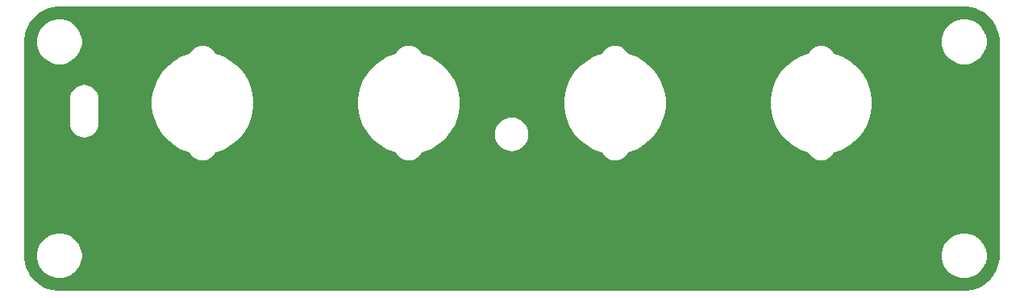
<source format=gbl>
G04*
G04 #@! TF.GenerationSoftware,Altium Limited,Altium Designer,22.4.2 (48)*
G04*
G04 Layer_Physical_Order=2*
G04 Layer_Color=16711680*
%FSLAX25Y25*%
%MOIN*%
G70*
G04*
G04 #@! TF.SameCoordinates,407642F0-E37F-43E1-BC9E-C6ACD67937A9*
G04*
G04*
G04 #@! TF.FilePolarity,Positive*
G04*
G01*
G75*
G36*
X389828Y118900D02*
D01*
X389828D01*
X390779Y118900D01*
X392664Y118651D01*
X394500Y118159D01*
X396257Y117432D01*
X397904Y116481D01*
X399412Y115323D01*
X400757Y113979D01*
X401914Y112471D01*
X402865Y110824D01*
X403592Y109067D01*
X404084Y107231D01*
X404333Y105346D01*
X404333Y104395D01*
X404333Y15734D01*
Y14783D01*
X404084Y12898D01*
X403592Y11061D01*
X402865Y9305D01*
X401914Y7658D01*
X400757Y6150D01*
X399412Y4805D01*
X397904Y3648D01*
X396257Y2697D01*
X394500Y1970D01*
X392664Y1477D01*
X390779Y1229D01*
X389828Y1229D01*
D01*
X389828D01*
X15734Y1229D01*
X15734D01*
D01*
X14783Y1229D01*
X12898Y1477D01*
X11061Y1970D01*
X9305Y2697D01*
X7658Y3648D01*
X6150Y4805D01*
X4805Y6150D01*
X3648Y7658D01*
X2697Y9305D01*
X1970Y11061D01*
X1477Y12898D01*
X1229Y14783D01*
Y15734D01*
Y104395D01*
Y105346D01*
X1477Y107231D01*
X1970Y109067D01*
X2697Y110824D01*
X3648Y112471D01*
X4805Y113979D01*
X6150Y115323D01*
X7658Y116481D01*
X9305Y117432D01*
X11061Y118159D01*
X12898Y118651D01*
X14783Y118900D01*
X15734Y118900D01*
X389828Y118900D01*
D02*
G37*
%LPC*%
G36*
X390675Y113581D02*
X388853D01*
X387066Y113225D01*
X385382Y112528D01*
X383867Y111516D01*
X382579Y110227D01*
X381567Y108712D01*
X380869Y107029D01*
X380514Y105242D01*
Y103420D01*
X380869Y101633D01*
X381567Y99949D01*
X382579Y98434D01*
X383867Y97146D01*
X385382Y96134D01*
X387066Y95436D01*
X388853Y95081D01*
X390675D01*
X392462Y95436D01*
X394145Y96134D01*
X395660Y97146D01*
X396949Y98434D01*
X397961Y99949D01*
X398658Y101633D01*
X399014Y103420D01*
Y105242D01*
X398658Y107029D01*
X397961Y108712D01*
X396949Y110227D01*
X395660Y111516D01*
X394145Y112528D01*
X392462Y113225D01*
X390675Y113581D01*
D02*
G37*
G36*
X16659D02*
X14837D01*
X13050Y113225D01*
X11366Y112528D01*
X9851Y111516D01*
X8563Y110227D01*
X7551Y108712D01*
X6854Y107029D01*
X6498Y105242D01*
Y103420D01*
X6854Y101633D01*
X7551Y99949D01*
X8563Y98434D01*
X9851Y97146D01*
X11366Y96134D01*
X13050Y95436D01*
X14837Y95081D01*
X16659D01*
X18446Y95436D01*
X20130Y96134D01*
X21645Y97146D01*
X22933Y98434D01*
X23945Y99949D01*
X24643Y101633D01*
X24998Y103420D01*
Y105242D01*
X24643Y107029D01*
X23945Y108712D01*
X22933Y110227D01*
X21645Y111516D01*
X20130Y112528D01*
X18446Y113225D01*
X16659Y113581D01*
D02*
G37*
G36*
X25984Y86462D02*
X24824Y86347D01*
X23707Y86009D01*
X22679Y85459D01*
X21777Y84719D01*
X21037Y83817D01*
X20487Y82789D01*
X20149Y81673D01*
X20034Y80512D01*
Y70669D01*
X20149Y69508D01*
X20487Y68392D01*
X21037Y67364D01*
X21777Y66462D01*
X22679Y65722D01*
X23707Y65172D01*
X24824Y64834D01*
X25984Y64719D01*
X27145Y64834D01*
X28261Y65172D01*
X29290Y65722D01*
X30191Y66462D01*
X30931Y67364D01*
X31481Y68392D01*
X31820Y69508D01*
X31934Y70669D01*
Y80512D01*
X31820Y81673D01*
X31481Y82789D01*
X30931Y83817D01*
X30191Y84719D01*
X29290Y85459D01*
X28261Y86009D01*
X27145Y86347D01*
X25984Y86462D01*
D02*
G37*
G36*
X202681Y72966D02*
X201327Y72833D01*
X200026Y72438D01*
X198826Y71797D01*
X197774Y70934D01*
X196911Y69882D01*
X196270Y68683D01*
X195875Y67381D01*
X195742Y66027D01*
X195875Y64674D01*
X196270Y63372D01*
X196911Y62172D01*
X197774Y61121D01*
X198826Y60258D01*
X200026Y59617D01*
X201327Y59222D01*
X202681Y59088D01*
X204035Y59222D01*
X205336Y59617D01*
X206536Y60258D01*
X207587Y61121D01*
X208450Y62172D01*
X209092Y63372D01*
X209487Y64674D01*
X209620Y66027D01*
X209487Y67381D01*
X209092Y68683D01*
X208450Y69882D01*
X207587Y70934D01*
X206536Y71797D01*
X205336Y72438D01*
X204035Y72833D01*
X202681Y72966D01*
D02*
G37*
G36*
X330635Y102609D02*
X329474Y102494D01*
X328358Y102156D01*
X327330Y101606D01*
X326428Y100866D01*
X325688Y99964D01*
X325297Y99232D01*
X323877Y98852D01*
X321336Y97799D01*
X318954Y96424D01*
X316772Y94750D01*
X314828Y92805D01*
X313153Y90623D01*
X311778Y88242D01*
X310726Y85701D01*
X310014Y83044D01*
X309655Y80317D01*
Y77567D01*
X310014Y74840D01*
X310726Y72184D01*
X311778Y69643D01*
X313153Y67261D01*
X314828Y65079D01*
X316772Y63135D01*
X318954Y61460D01*
X321336Y60085D01*
X323877Y59033D01*
X325297Y58652D01*
X325688Y57920D01*
X326428Y57019D01*
X327330Y56279D01*
X328358Y55729D01*
X329474Y55390D01*
X330635Y55276D01*
X331796Y55390D01*
X332912Y55729D01*
X333941Y56279D01*
X334842Y57019D01*
X335582Y57920D01*
X335974Y58652D01*
X337394Y59033D01*
X339934Y60085D01*
X342316Y61460D01*
X344498Y63135D01*
X346443Y65079D01*
X348117Y67261D01*
X349492Y69643D01*
X350545Y72184D01*
X351257Y74840D01*
X351616Y77567D01*
Y80317D01*
X351257Y83044D01*
X350545Y85701D01*
X349492Y88242D01*
X348117Y90623D01*
X346443Y92805D01*
X344498Y94750D01*
X342316Y96424D01*
X339934Y97799D01*
X337394Y98852D01*
X335974Y99232D01*
X335582Y99964D01*
X334842Y100866D01*
X333941Y101606D01*
X332912Y102156D01*
X331796Y102494D01*
X330635Y102609D01*
D02*
G37*
G36*
X245399D02*
X244238Y102494D01*
X243122Y102156D01*
X242093Y101606D01*
X241192Y100866D01*
X240452Y99964D01*
X240060Y99232D01*
X238641Y98852D01*
X236100Y97799D01*
X233718Y96424D01*
X231536Y94750D01*
X229591Y92805D01*
X227917Y90623D01*
X226542Y88242D01*
X225489Y85701D01*
X224778Y83044D01*
X224419Y80317D01*
Y77567D01*
X224778Y74840D01*
X225489Y72184D01*
X226542Y69643D01*
X227917Y67261D01*
X229591Y65079D01*
X231536Y63135D01*
X233718Y61460D01*
X236100Y60085D01*
X238641Y59033D01*
X240060Y58652D01*
X240452Y57920D01*
X241192Y57019D01*
X242093Y56279D01*
X243122Y55729D01*
X244238Y55390D01*
X245399Y55276D01*
X246560Y55390D01*
X247676Y55729D01*
X248705Y56279D01*
X249606Y57019D01*
X250346Y57920D01*
X250738Y58652D01*
X252157Y59033D01*
X254698Y60085D01*
X257080Y61460D01*
X259262Y63135D01*
X261207Y65079D01*
X262881Y67261D01*
X264256Y69643D01*
X265309Y72184D01*
X266020Y74840D01*
X266379Y77567D01*
Y80317D01*
X266020Y83044D01*
X265309Y85701D01*
X264256Y88242D01*
X262881Y90623D01*
X261207Y92805D01*
X259262Y94750D01*
X257080Y96424D01*
X254698Y97799D01*
X252157Y98852D01*
X250738Y99232D01*
X250346Y99964D01*
X249606Y100866D01*
X248705Y101606D01*
X247676Y102156D01*
X246560Y102494D01*
X245399Y102609D01*
D02*
G37*
G36*
X160163D02*
X159002Y102494D01*
X157886Y102156D01*
X156857Y101606D01*
X155956Y100866D01*
X155216Y99964D01*
X154824Y99232D01*
X153404Y98852D01*
X150864Y97799D01*
X148482Y96424D01*
X146300Y94750D01*
X144355Y92805D01*
X142681Y90623D01*
X141306Y88242D01*
X140253Y85701D01*
X139541Y83044D01*
X139182Y80317D01*
Y77567D01*
X139541Y74840D01*
X140253Y72184D01*
X141306Y69643D01*
X142681Y67261D01*
X144355Y65079D01*
X146300Y63135D01*
X148482Y61460D01*
X150864Y60085D01*
X153404Y59033D01*
X154824Y58652D01*
X155216Y57920D01*
X155956Y57019D01*
X156857Y56279D01*
X157886Y55729D01*
X159002Y55390D01*
X160163Y55276D01*
X161324Y55390D01*
X162440Y55729D01*
X163468Y56279D01*
X164370Y57019D01*
X165110Y57920D01*
X165501Y58652D01*
X166921Y59033D01*
X169462Y60085D01*
X171844Y61460D01*
X174026Y63135D01*
X175970Y65079D01*
X177645Y67261D01*
X179020Y69643D01*
X180072Y72184D01*
X180784Y74840D01*
X181143Y77567D01*
Y80317D01*
X180784Y83044D01*
X180072Y85701D01*
X179020Y88242D01*
X177645Y90623D01*
X175970Y92805D01*
X174026Y94750D01*
X171844Y96424D01*
X169462Y97799D01*
X166921Y98852D01*
X165501Y99232D01*
X165110Y99964D01*
X164370Y100866D01*
X163468Y101606D01*
X162440Y102156D01*
X161324Y102494D01*
X160163Y102609D01*
D02*
G37*
G36*
X74927D02*
X73766Y102494D01*
X72650Y102156D01*
X71621Y101606D01*
X70719Y100866D01*
X69979Y99964D01*
X69588Y99232D01*
X68168Y98852D01*
X65627Y97799D01*
X63245Y96424D01*
X61064Y94750D01*
X59119Y92805D01*
X57445Y90623D01*
X56069Y88242D01*
X55017Y85701D01*
X54305Y83044D01*
X53946Y80317D01*
Y77567D01*
X54305Y74840D01*
X55017Y72184D01*
X56069Y69643D01*
X57445Y67261D01*
X59119Y65079D01*
X61064Y63135D01*
X63245Y61460D01*
X65627Y60085D01*
X68168Y59033D01*
X69588Y58652D01*
X69979Y57920D01*
X70719Y57019D01*
X71621Y56279D01*
X72650Y55729D01*
X73766Y55390D01*
X74927Y55276D01*
X76087Y55390D01*
X77204Y55729D01*
X78232Y56279D01*
X79134Y57019D01*
X79874Y57920D01*
X80265Y58652D01*
X81685Y59033D01*
X84226Y60085D01*
X86608Y61460D01*
X88789Y63135D01*
X90734Y65079D01*
X92409Y67261D01*
X93784Y69643D01*
X94836Y72184D01*
X95548Y74840D01*
X95907Y77567D01*
Y80317D01*
X95548Y83044D01*
X94836Y85701D01*
X93784Y88242D01*
X92409Y90623D01*
X90734Y92805D01*
X88789Y94750D01*
X86608Y96424D01*
X84226Y97799D01*
X81685Y98852D01*
X80265Y99232D01*
X79874Y99964D01*
X79134Y100866D01*
X78232Y101606D01*
X77204Y102156D01*
X76087Y102494D01*
X74927Y102609D01*
D02*
G37*
G36*
X390675Y24998D02*
X388853D01*
X387066Y24643D01*
X385382Y23945D01*
X383867Y22933D01*
X382579Y21645D01*
X381567Y20130D01*
X380869Y18446D01*
X380514Y16659D01*
Y14837D01*
X380869Y13050D01*
X381567Y11366D01*
X382579Y9851D01*
X383867Y8563D01*
X385382Y7551D01*
X387066Y6854D01*
X388853Y6498D01*
X390675D01*
X392462Y6854D01*
X394145Y7551D01*
X395660Y8563D01*
X396949Y9851D01*
X397961Y11366D01*
X398658Y13050D01*
X399014Y14837D01*
Y16659D01*
X398658Y18446D01*
X397961Y20130D01*
X396949Y21645D01*
X395660Y22933D01*
X394145Y23945D01*
X392462Y24643D01*
X390675Y24998D01*
D02*
G37*
G36*
X16659D02*
X14837D01*
X13050Y24643D01*
X11366Y23945D01*
X9851Y22933D01*
X8563Y21645D01*
X7551Y20130D01*
X6854Y18446D01*
X6498Y16659D01*
Y14837D01*
X6854Y13050D01*
X7551Y11366D01*
X8563Y9851D01*
X9851Y8563D01*
X11366Y7551D01*
X13050Y6854D01*
X14837Y6498D01*
X16659D01*
X18446Y6854D01*
X20130Y7551D01*
X21645Y8563D01*
X22933Y9851D01*
X23945Y11366D01*
X24643Y13050D01*
X24998Y14837D01*
Y16659D01*
X24643Y18446D01*
X23945Y20130D01*
X22933Y21645D01*
X21645Y22933D01*
X20130Y23945D01*
X18446Y24643D01*
X16659Y24998D01*
D02*
G37*
%LPD*%
M02*

</source>
